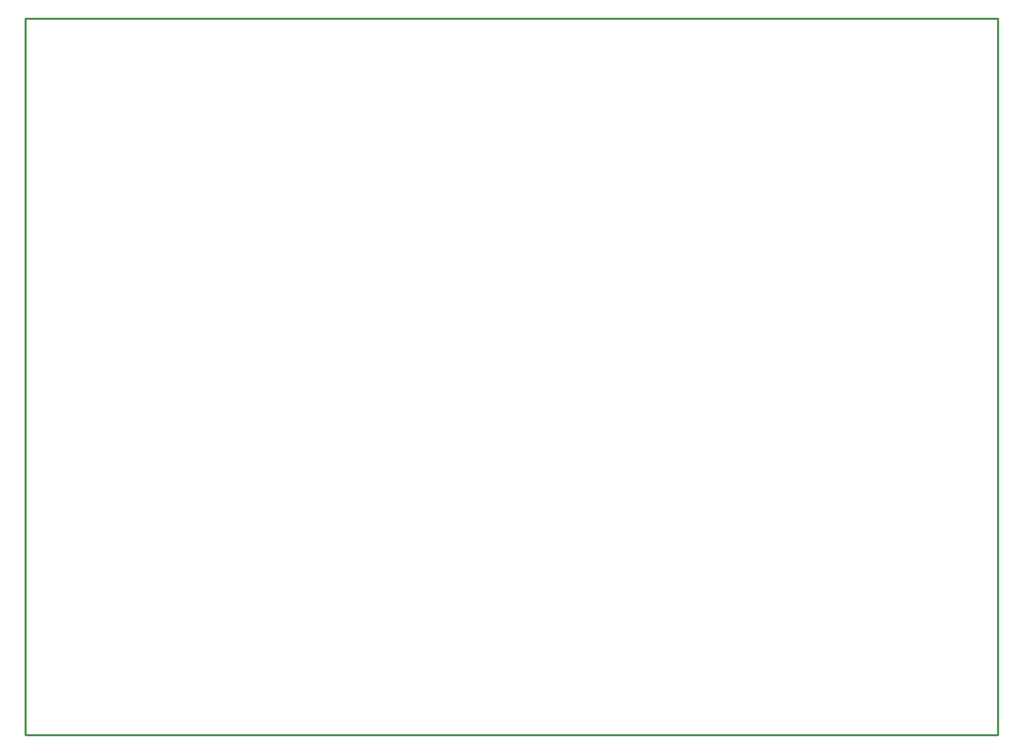
<source format=gbr>
G04 EAGLE Gerber RS-274X export*
G75*
%MOMM*%
%FSLAX34Y34*%
%LPD*%
%IN*%
%IPPOS*%
%AMOC8*
5,1,8,0,0,1.08239X$1,22.5*%
G01*
%ADD10C,0.254000*%


D10*
X0Y25400D02*
X1206500Y25400D01*
X1206500Y914400D01*
X0Y914400D01*
X0Y25400D01*
M02*

</source>
